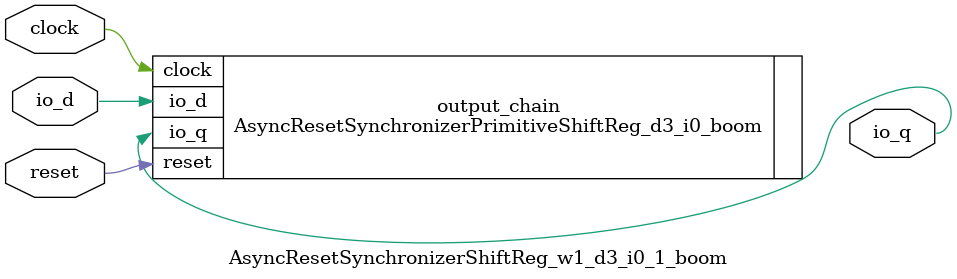
<source format=sv>
`ifndef RANDOMIZE
  `ifdef RANDOMIZE_REG_INIT
    `define RANDOMIZE
  `endif // RANDOMIZE_REG_INIT
`endif // not def RANDOMIZE
`ifndef RANDOMIZE
  `ifdef RANDOMIZE_MEM_INIT
    `define RANDOMIZE
  `endif // RANDOMIZE_MEM_INIT
`endif // not def RANDOMIZE

`ifndef RANDOM
  `define RANDOM $random
`endif // not def RANDOM

// Users can define 'PRINTF_COND' to add an extra gate to prints.
`ifndef PRINTF_COND_
  `ifdef PRINTF_COND
    `define PRINTF_COND_ (`PRINTF_COND)
  `else  // PRINTF_COND
    `define PRINTF_COND_ 1
  `endif // PRINTF_COND
`endif // not def PRINTF_COND_

// Users can define 'ASSERT_VERBOSE_COND' to add an extra gate to assert error printing.
`ifndef ASSERT_VERBOSE_COND_
  `ifdef ASSERT_VERBOSE_COND
    `define ASSERT_VERBOSE_COND_ (`ASSERT_VERBOSE_COND)
  `else  // ASSERT_VERBOSE_COND
    `define ASSERT_VERBOSE_COND_ 1
  `endif // ASSERT_VERBOSE_COND
`endif // not def ASSERT_VERBOSE_COND_

// Users can define 'STOP_COND' to add an extra gate to stop conditions.
`ifndef STOP_COND_
  `ifdef STOP_COND
    `define STOP_COND_ (`STOP_COND)
  `else  // STOP_COND
    `define STOP_COND_ 1
  `endif // STOP_COND
`endif // not def STOP_COND_

// Users can define INIT_RANDOM as general code that gets injected into the
// initializer block for modules with registers.
`ifndef INIT_RANDOM
  `define INIT_RANDOM
`endif // not def INIT_RANDOM

// If using random initialization, you can also define RANDOMIZE_DELAY to
// customize the delay used, otherwise 0.002 is used.
`ifndef RANDOMIZE_DELAY
  `define RANDOMIZE_DELAY 0.002
`endif // not def RANDOMIZE_DELAY

// Define INIT_RANDOM_PROLOG_ for use in our modules below.
`ifndef INIT_RANDOM_PROLOG_
  `ifdef RANDOMIZE
    `ifdef VERILATOR
      `define INIT_RANDOM_PROLOG_ `INIT_RANDOM
    `else  // VERILATOR
      `define INIT_RANDOM_PROLOG_ `INIT_RANDOM #`RANDOMIZE_DELAY begin end
    `endif // VERILATOR
  `else  // RANDOMIZE
    `define INIT_RANDOM_PROLOG_
  `endif // RANDOMIZE
`endif // not def INIT_RANDOM_PROLOG_

module AsyncResetSynchronizerShiftReg_w1_d3_i0_1_boom(
  input  clock,
         reset,
         io_d,
  output io_q
);

  AsyncResetSynchronizerPrimitiveShiftReg_d3_i0_boom output_chain (	// @[ShiftReg.scala:45:23]
    .clock (clock),
    .reset (reset),
    .io_d  (io_d),
    .io_q  (io_q)
  );
endmodule


</source>
